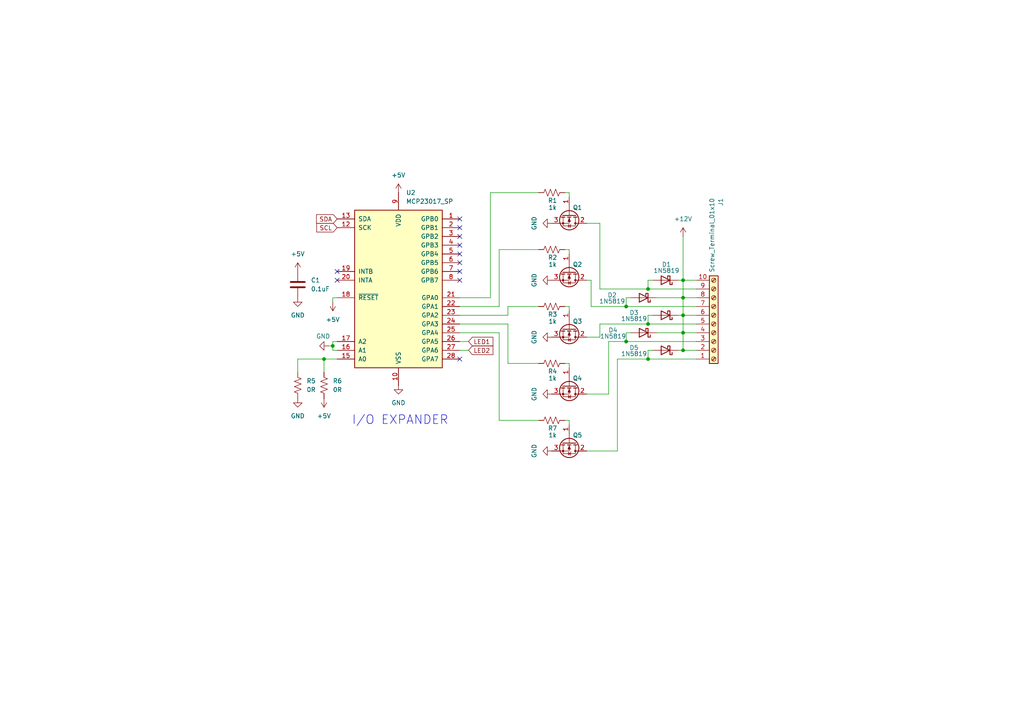
<source format=kicad_sch>
(kicad_sch (version 20231120) (generator "eeschema") (generator_version "8.0")
  (paper "A4")
  (lib_symbols
    (symbol "Connector:Screw_Terminal_01x10" (pin_names (offset 1.016) hide)
      (property "Reference" "J" (at 0 12.7 0))
      (property "Value" "Screw_Terminal_01x10" (at 0 -15.24 0))
      (symbol "Screw_Terminal_01x10_1_1"
        (rectangle (start -1.27 11.43) (end 1.27 -13.97) (stroke (width 0.254)) (fill (type background)))
        (circle (center 0 -12.7) (radius 0.635) (stroke (width 0.1524)))
        (circle (center 0 -10.16) (radius 0.635) (stroke (width 0.1524)))
        (circle (center 0 -7.62) (radius 0.635) (stroke (width 0.1524)))
        (circle (center 0 -5.08) (radius 0.635) (stroke (width 0.1524)))
        (circle (center 0 -2.54) (radius 0.635) (stroke (width 0.1524)))
        (polyline (pts (xy -0.5334 -12.3698) (xy 0.3302 -13.208)) (stroke (width 0.1524)))
        (polyline (pts (xy -0.5334 -9.8298) (xy 0.3302 -10.668)) (stroke (width 0.1524)))
        (polyline (pts (xy -0.5334 -7.2898) (xy 0.3302 -8.128)) (stroke (width 0.1524)))
        (polyline (pts (xy -0.5334 -4.7498) (xy 0.3302 -5.588)) (stroke (width 0.1524)))
        (polyline (pts (xy -0.5334 -2.2098) (xy 0.3302 -3.048)) (stroke (width 0.1524)))
        (polyline (pts (xy -0.5334 0.3302) (xy 0.3302 -0.508)) (stroke (width 0.1524)))
        (polyline (pts (xy -0.5334 2.8702) (xy 0.3302 2.032)) (stroke (width 0.1524)))
        (polyline (pts (xy -0.5334 5.4102) (xy 0.3302 4.572)) (stroke (width 0.1524)))
        (polyline (pts (xy -0.5334 7.9502) (xy 0.3302 7.112)) (stroke (width 0.1524)))
        (polyline (pts (xy -0.5334 10.4902) (xy 0.3302 9.652)) (stroke (width 0.1524)))
        (polyline (pts (xy -0.3556 -12.192) (xy 0.508 -13.0302)) (stroke (width 0.1524)))
        (polyline (pts (xy -0.3556 -9.652) (xy 0.508 -10.4902)) (stroke (width 0.1524)))
        (polyline (pts (xy -0.3556 -7.112) (xy 0.508 -7.9502)) (stroke (width 0.1524)))
        (polyline (pts (xy -0.3556 -4.572) (xy 0.508 -5.4102)) (stroke (width 0.1524)))
        (polyline (pts (xy -0.3556 -2.032) (xy 0.508 -2.8702)) (stroke (width 0.1524)))
        (polyline (pts (xy -0.3556 0.508) (xy 0.508 -0.3302)) (stroke (width 0.1524)))
        (polyline (pts (xy -0.3556 3.048) (xy 0.508 2.2098)) (stroke (width 0.1524)))
        (polyline (pts (xy -0.3556 5.588) (xy 0.508 4.7498)) (stroke (width 0.1524)))
        (polyline (pts (xy -0.3556 8.128) (xy 0.508 7.2898)) (stroke (width 0.1524)))
        (polyline (pts (xy -0.3556 10.668) (xy 0.508 9.8298)) (stroke (width 0.1524)))
        (circle (center 0 0) (radius 0.635) (stroke (width 0.1524)))
        (circle (center 0 2.54) (radius 0.635) (stroke (width 0.1524)))
        (circle (center 0 5.08) (radius 0.635) (stroke (width 0.1524)))
        (circle (center 0 7.62) (radius 0.635) (stroke (width 0.1524)))
        (circle (center 0 10.16) (radius 0.635) (stroke (width 0.1524)))
        (pin passive line (at -5.08 10.16 0) (length 3.81) (name "Pin_1") (number "1"))
        (pin passive line (at -5.08 -12.7 0) (length 3.81) (name "Pin_10") (number "10"))
        (pin passive line (at -5.08 7.62 0) (length 3.81) (name "Pin_2") (number "2"))
        (pin passive line (at -5.08 5.08 0) (length 3.81) (name "Pin_3") (number "3"))
        (pin passive line (at -5.08 2.54 0) (length 3.81) (name "Pin_4") (number "4"))
        (pin passive line (at -5.08 0 0) (length 3.81) (name "Pin_5") (number "5"))
        (pin passive line (at -5.08 -2.54 0) (length 3.81) (name "Pin_6") (number "6"))
        (pin passive line (at -5.08 -5.08 0) (length 3.81) (name "Pin_7") (number "7"))
        (pin passive line (at -5.08 -7.62 0) (length 3.81) (name "Pin_8") (number "8"))
        (pin passive line (at -5.08 -10.16 0) (length 3.81) (name "Pin_9") (number "9"))
      )
    )
    (symbol "Device:C" (pin_numbers hide) (pin_names (offset 0.254))
      (property "Reference" "C" (at 0.635 2.54 0))
      (property "Value" "C" (at 0.635 -2.54 0))
      (symbol "C_0_1"
        (polyline (pts (xy -2.032 -0.762) (xy 2.032 -0.762)) (stroke (width 0.508)))
        (polyline (pts (xy -2.032 0.762) (xy 2.032 0.762)) (stroke (width 0.508)))
      )
      (symbol "C_1_1"
        (pin passive line (at 0 3.81 270) (length 2.794) (name "~") (number "1"))
        (pin passive line (at 0 -3.81 90) (length 2.794) (name "~") (number "2"))
      )
    )
    (symbol "Device:Q_NMOS_GDS" (pin_names (offset 0) hide)
      (property "Reference" "Q" (at 5.08 1.27 0))
      (property "Value" "Q_NMOS_GDS" (at 5.08 -1.27 0))
      (symbol "Q_NMOS_GDS_0_1"
        (polyline (pts (xy 0.254 0) (xy -2.54 0)))
        (polyline (pts (xy 0.254 1.905) (xy 0.254 -1.905)) (stroke (width 0.254)))
        (polyline (pts (xy 0.762 -1.27) (xy 0.762 -2.286)) (stroke (width 0.254)))
        (polyline (pts (xy 0.762 0.508) (xy 0.762 -0.508)) (stroke (width 0.254)))
        (polyline (pts (xy 0.762 2.286) (xy 0.762 1.27)) (stroke (width 0.254)))
        (polyline (pts (xy 2.54 2.54) (xy 2.54 1.778)))
        (polyline (pts (xy 2.54 -2.54) (xy 2.54 0) (xy 0.762 0)))
        (polyline (pts (xy 0.762 -1.778) (xy 3.302 -1.778) (xy 3.302 1.778) (xy 0.762 1.778)))
        (polyline (pts (xy 1.016 0) (xy 2.032 0.381) (xy 2.032 -0.381) (xy 1.016 0)) (fill (type outline)))
        (polyline (pts (xy 2.794 0.508) (xy 2.921 0.381) (xy 3.683 0.381) (xy 3.81 0.254)))
        (polyline (pts (xy 3.302 0.381) (xy 2.921 -0.254) (xy 3.683 -0.254) (xy 3.302 0.381)))
        (circle (center 1.651 0) (radius 2.794) (stroke (width 0.254)))
        (circle (center 2.54 -1.778) (radius 0.254) (fill (type outline)))
        (circle (center 2.54 1.778) (radius 0.254) (fill (type outline)))
      )
      (symbol "Q_NMOS_GDS_1_1"
        (pin input line (at -5.08 0 0) (length 2.54) (name "G") (number "1"))
        (pin passive line (at 2.54 5.08 270) (length 2.54) (name "D") (number "2"))
        (pin passive line (at 2.54 -5.08 90) (length 2.54) (name "S") (number "3"))
      )
    )
    (symbol "Device:R_US" (pin_numbers hide) (pin_names (offset 0))
      (property "Reference" "R" (at 2.54 0 90))
      (property "Value" "R_US" (at -2.54 0 90))
      (symbol "R_US_0_1"
        (polyline (pts (xy 0 -2.286) (xy 0 -2.54)))
        (polyline (pts (xy 0 2.286) (xy 0 2.54)))
        (polyline (pts (xy 0 -0.762) (xy 1.016 -1.143) (xy 0 -1.524) (xy -1.016 -1.905) (xy 0 -2.286)))
        (polyline (pts (xy 0 0.762) (xy 1.016 0.381) (xy 0 0) (xy -1.016 -0.381) (xy 0 -0.762)))
        (polyline (pts (xy 0 2.286) (xy 1.016 1.905) (xy 0 1.524) (xy -1.016 1.143) (xy 0 0.762)))
      )
      (symbol "R_US_1_1"
        (pin passive line (at 0 3.81 270) (length 1.27) (name "~") (number "1"))
        (pin passive line (at 0 -3.81 90) (length 1.27) (name "~") (number "2"))
      )
    )
    (symbol "Diode:1N5819" (pin_numbers hide) (pin_names (offset 1.016) hide)
      (property "Reference" "D" (at 0 2.54 0))
      (property "Value" "1N5819" (at 0 -2.54 0))
      (symbol "1N5819_0_1"
        (polyline (pts (xy 1.27 0) (xy -1.27 0)))
        (polyline (pts (xy 1.27 1.27) (xy 1.27 -1.27) (xy -1.27 0) (xy 1.27 1.27)) (stroke (width 0.254)))
        (polyline (pts (xy -1.905 0.635) (xy -1.905 1.27) (xy -1.27 1.27) (xy -1.27 -1.27) (xy -0.635 -1.27) (xy -0.635 -0.635)) (stroke (width 0.254)))
      )
      (symbol "1N5819_1_1"
        (pin passive line (at -3.81 0 0) (length 2.54) (name "K") (number "1"))
        (pin passive line (at 3.81 0 180) (length 2.54) (name "A") (number "2"))
      )
    )
    (symbol "Interface_Expansion:MCP23017_SP" (pin_names (offset 1.016))
      (property "Reference" "U" (at -11.43 24.13 0))
      (property "Value" "MCP23017_SP" (at 0 0 0))
      (symbol "MCP23017_SP_0_1"
        (rectangle (start -12.7 22.86) (end 12.7 -22.86) (stroke (width 0.254)) (fill (type background)))
      )
      (symbol "MCP23017_SP_1_1"
        (pin bidirectional line (at 17.78 20.32 180) (length 5.08) (name "GPB0") (number "1"))
        (pin power_in line (at 0 -27.94 90) (length 5.08) (name "VSS") (number "10"))
        (pin no_connect line (at -12.7 15.24 0) (length 5.08) hide (name "NC") (number "11"))
        (pin input line (at -17.78 17.78 0) (length 5.08) (name "SCK") (number "12"))
        (pin bidirectional line (at -17.78 20.32 0) (length 5.08) (name "SDA") (number "13"))
        (pin no_connect line (at -12.7 12.7 0) (length 5.08) hide (name "NC") (number "14"))
        (pin input line (at -17.78 -20.32 0) (length 5.08) (name "A0") (number "15"))
        (pin input line (at -17.78 -17.78 0) (length 5.08) (name "A1") (number "16"))
        (pin input line (at -17.78 -15.24 0) (length 5.08) (name "A2") (number "17"))
        (pin input line (at -17.78 -2.54 0) (length 5.08) (name "~{RESET}") (number "18"))
        (pin tri_state line (at -17.78 5.08 0) (length 5.08) (name "INTB") (number "19"))
        (pin bidirectional line (at 17.78 17.78 180) (length 5.08) (name "GPB1") (number "2"))
        (pin tri_state line (at -17.78 2.54 0) (length 5.08) (name "INTA") (number "20"))
        (pin bidirectional line (at 17.78 -2.54 180) (length 5.08) (name "GPA0") (number "21"))
        (pin bidirectional line (at 17.78 -5.08 180) (length 5.08) (name "GPA1") (number "22"))
        (pin bidirectional line (at 17.78 -7.62 180) (length 5.08) (name "GPA2") (number "23"))
        (pin bidirectional line (at 17.78 -10.16 180) (length 5.08) (name "GPA3") (number "24"))
        (pin bidirectional line (at 17.78 -12.7 180) (length 5.08) (name "GPA4") (number "25"))
        (pin bidirectional line (at 17.78 -15.24 180) (length 5.08) (name "GPA5") (number "26"))
        (pin bidirectional line (at 17.78 -17.78 180) (length 5.08) (name "GPA6") (number "27"))
        (pin bidirectional line (at 17.78 -20.32 180) (length 5.08) (name "GPA7") (number "28"))
        (pin bidirectional line (at 17.78 15.24 180) (length 5.08) (name "GPB2") (number "3"))
        (pin bidirectional line (at 17.78 12.7 180) (length 5.08) (name "GPB3") (number "4"))
        (pin bidirectional line (at 17.78 10.16 180) (length 5.08) (name "GPB4") (number "5"))
        (pin bidirectional line (at 17.78 7.62 180) (length 5.08) (name "GPB5") (number "6"))
        (pin bidirectional line (at 17.78 5.08 180) (length 5.08) (name "GPB6") (number "7"))
        (pin bidirectional line (at 17.78 2.54 180) (length 5.08) (name "GPB7") (number "8"))
        (pin power_in line (at 0 27.94 270) (length 5.08) (name "VDD") (number "9"))
      )
    )
    (symbol "power:+12V" (power) (pin_numbers hide) (pin_names (offset 0) hide)
      (property "Value" "+12V" (at 0 3.556 0))
      (symbol "+12V_0_1"
        (polyline (pts (xy -0.762 1.27) (xy 0 2.54)))
        (polyline (pts (xy 0 0) (xy 0 2.54)))
        (polyline (pts (xy 0 2.54) (xy 0.762 1.27)))
      )
      (symbol "+12V_1_1"
        (pin power_in line (at 0 0 90) (length 0) (name "~") (number "1"))
      )
    )
    (symbol "power:+5V" (power) (pin_numbers hide) (pin_names (offset 0) hide)
      (property "Value" "+5V" (at 0 3.556 0))
      (symbol "+5V_0_1"
        (polyline (pts (xy -0.762 1.27) (xy 0 2.54)))
        (polyline (pts (xy 0 0) (xy 0 2.54)))
        (polyline (pts (xy 0 2.54) (xy 0.762 1.27)))
      )
      (symbol "+5V_1_1"
        (pin power_in line (at 0 0 90) (length 0) (name "~") (number "1"))
      )
    )
    (symbol "power:GND" (power) (pin_numbers hide) (pin_names (offset 0) hide)
      (property "Value" "GND" (at 0 -3.81 0))
      (symbol "GND_0_1"
        (polyline (pts (xy 0 0) (xy 0 -1.27) (xy 1.27 -1.27) (xy 0 -2.54) (xy -1.27 -1.27) (xy 0 -1.27)))
      )
      (symbol "GND_1_1"
        (pin power_in line (at 0 0 270) (length 0) (name "~") (number "1"))
      )
    )
  )
  (junction (at 181.61 88.9))
  (junction (at 93.98 104.14))
  (junction (at 96.52 100.33))
  (junction (at 187.96 93.98))
  (junction (at 187.96 83.82))
  (junction (at 198.12 81.28))
  (junction (at 198.12 101.6))
  (junction (at 198.12 91.44))
  (junction (at 187.96 104.14))
  (junction (at 181.61 99.06))
  (junction (at 198.12 86.36))
  (junction (at 198.12 96.52))
  (no_connect (at 97.79 78.74))
  (no_connect (at 133.35 66.04))
  (no_connect (at 133.35 76.2))
  (no_connect (at 133.35 81.28))
  (no_connect (at 133.35 71.12))
  (no_connect (at 133.35 78.74))
  (no_connect (at 133.35 104.14))
  (no_connect (at 133.35 73.66))
  (no_connect (at 133.35 68.58))
  (no_connect (at 97.79 81.28))
  (no_connect (at 133.35 63.5))
  (wire (pts (xy 165.1 88.9) (xy 165.1 90.17)))
  (wire (pts (xy 196.85 91.44) (xy 198.12 91.44)))
  (wire (pts (xy 198.12 81.28) (xy 198.12 86.36)))
  (wire (pts (xy 96.52 100.33) (xy 96.52 101.6)))
  (wire (pts (xy 187.96 81.28) (xy 187.96 83.82)))
  (wire (pts (xy 171.45 81.28) (xy 171.45 88.9)))
  (wire (pts (xy 95.25 100.33) (xy 96.52 100.33)))
  (wire (pts (xy 196.85 81.28) (xy 198.12 81.28)))
  (wire (pts (xy 187.96 104.14) (xy 201.93 104.14)))
  (wire (pts (xy 190.5 96.52) (xy 198.12 96.52)))
  (wire (pts (xy 133.35 96.52) (xy 144.78 96.52)))
  (wire (pts (xy 93.98 104.14) (xy 97.79 104.14)))
  (wire (pts (xy 163.83 55.88) (xy 165.1 55.88)))
  (wire (pts (xy 133.35 93.98) (xy 147.32 93.98)))
  (wire (pts (xy 190.5 86.36) (xy 198.12 86.36)))
  (wire (pts (xy 170.18 97.79) (xy 173.99 97.79)))
  (wire (pts (xy 163.83 121.92) (xy 165.1 121.92)))
  (wire (pts (xy 189.23 81.28) (xy 187.96 81.28)))
  (wire (pts (xy 198.12 81.28) (xy 201.93 81.28)))
  (wire (pts (xy 179.07 104.14) (xy 187.96 104.14)))
  (wire (pts (xy 163.83 72.39) (xy 165.1 72.39)))
  (wire (pts (xy 96.52 101.6) (xy 97.79 101.6)))
  (wire (pts (xy 142.24 86.36) (xy 133.35 86.36)))
  (wire (pts (xy 198.12 91.44) (xy 201.93 91.44)))
  (wire (pts (xy 198.12 101.6) (xy 201.93 101.6)))
  (wire (pts (xy 187.96 93.98) (xy 201.93 93.98)))
  (wire (pts (xy 170.18 81.28) (xy 171.45 81.28)))
  (wire (pts (xy 86.36 104.14) (xy 93.98 104.14)))
  (wire (pts (xy 173.99 97.79) (xy 173.99 93.98)))
  (wire (pts (xy 176.53 114.3) (xy 176.53 99.06)))
  (wire (pts (xy 176.53 99.06) (xy 181.61 99.06)))
  (wire (pts (xy 163.83 105.41) (xy 165.1 105.41)))
  (wire (pts (xy 181.61 86.36) (xy 182.88 86.36)))
  (wire (pts (xy 189.23 91.44) (xy 187.96 91.44)))
  (wire (pts (xy 181.61 88.9) (xy 181.61 86.36)))
  (wire (pts (xy 142.24 55.88) (xy 142.24 86.36)))
  (wire (pts (xy 144.78 72.39) (xy 156.21 72.39)))
  (wire (pts (xy 156.21 105.41) (xy 147.32 105.41)))
  (wire (pts (xy 170.18 114.3) (xy 176.53 114.3)))
  (wire (pts (xy 96.52 99.06) (xy 96.52 100.33)))
  (wire (pts (xy 198.12 86.36) (xy 198.12 91.44)))
  (wire (pts (xy 147.32 105.41) (xy 147.32 93.98)))
  (wire (pts (xy 156.21 88.9) (xy 147.32 88.9)))
  (wire (pts (xy 133.35 88.9) (xy 144.78 88.9)))
  (wire (pts (xy 144.78 121.92) (xy 156.21 121.92)))
  (wire (pts (xy 147.32 88.9) (xy 147.32 91.44)))
  (wire (pts (xy 86.36 107.95) (xy 86.36 104.14)))
  (wire (pts (xy 187.96 83.82) (xy 201.93 83.82)))
  (wire (pts (xy 93.98 107.95) (xy 93.98 104.14)))
  (wire (pts (xy 144.78 96.52) (xy 144.78 121.92)))
  (wire (pts (xy 179.07 130.81) (xy 170.18 130.81)))
  (wire (pts (xy 165.1 72.39) (xy 165.1 73.66)))
  (wire (pts (xy 187.96 101.6) (xy 187.96 104.14)))
  (wire (pts (xy 181.61 99.06) (xy 201.93 99.06)))
  (wire (pts (xy 133.35 99.06) (xy 135.89 99.06)))
  (wire (pts (xy 198.12 96.52) (xy 201.93 96.52)))
  (wire (pts (xy 96.52 86.36) (xy 97.79 86.36)))
  (wire (pts (xy 198.12 101.6) (xy 198.12 96.52)))
  (wire (pts (xy 181.61 88.9) (xy 201.93 88.9)))
  (wire (pts (xy 170.18 64.77) (xy 173.99 64.77)))
  (wire (pts (xy 173.99 93.98) (xy 187.96 93.98)))
  (wire (pts (xy 198.12 86.36) (xy 201.93 86.36)))
  (wire (pts (xy 198.12 96.52) (xy 198.12 91.44)))
  (wire (pts (xy 165.1 105.41) (xy 165.1 106.68)))
  (wire (pts (xy 163.83 88.9) (xy 165.1 88.9)))
  (wire (pts (xy 198.12 68.58) (xy 198.12 81.28)))
  (wire (pts (xy 179.07 104.14) (xy 179.07 130.81)))
  (wire (pts (xy 147.32 91.44) (xy 133.35 91.44)))
  (wire (pts (xy 182.88 96.52) (xy 181.61 96.52)))
  (wire (pts (xy 173.99 64.77) (xy 173.99 83.82)))
  (wire (pts (xy 133.35 101.6) (xy 135.89 101.6)))
  (wire (pts (xy 181.61 96.52) (xy 181.61 99.06)))
  (wire (pts (xy 173.99 83.82) (xy 187.96 83.82)))
  (wire (pts (xy 171.45 88.9) (xy 181.61 88.9)))
  (wire (pts (xy 189.23 101.6) (xy 187.96 101.6)))
  (wire (pts (xy 196.85 101.6) (xy 198.12 101.6)))
  (wire (pts (xy 165.1 55.88) (xy 165.1 57.15)))
  (wire (pts (xy 165.1 121.92) (xy 165.1 123.19)))
  (wire (pts (xy 187.96 91.44) (xy 187.96 93.98)))
  (wire (pts (xy 144.78 88.9) (xy 144.78 72.39)))
  (wire (pts (xy 97.79 99.06) (xy 96.52 99.06)))
  (wire (pts (xy 156.21 55.88) (xy 142.24 55.88)))
  (wire (pts (xy 96.52 87.63) (xy 96.52 86.36)))
  (text "I/O EXPANDER" (at 116.078 121.92 0) (effects (font (size 2.54 2.54))))
  (global_label "LED2" (shape input) (at 135.89 101.6 0) (property "Intersheetrefs" "${INTERSHEET_REFS}" (effects (hide yes))))
  (global_label "SCL" (shape input) (at 97.79 66.04 180) (property "Intersheetrefs" "${INTERSHEET_REFS}" (effects (hide yes))))
  (global_label "SDA" (shape input) (at 97.79 63.5 180) (property "Intersheetrefs" "${INTERSHEET_REFS}" (effects (hide yes))))
  (global_label "LED1" (shape input) (at 135.89 99.06 0) (property "Intersheetrefs" "${INTERSHEET_REFS}" (effects (hide yes))))
  (symbol (lib_id "Device:R_US") (at 160.02 105.41 90) (unit 1)
    (property "Reference" "R4" (at 160.274 107.696 90))
    (property "Value" "1k" (at 160.274 109.728 90))
    (property "Footprint" "Resistor_THT:R_Axial_DIN0207_L6.3mm_D2.5mm_P10.16mm_Horizontal" (effects (hide yes)))
    (property "Description" "Resistor, US symbol" (effects (hide yes)))
  )
  (symbol (lib_id "power:+5V") (at 86.36 78.74 0) (unit 1)
    (property "Reference" "#PWR04" (effects (hide yes)))
    (property "Value" "+5V" (at 86.36 73.66 0))
    (property "Description" "Power symbol creates a global label with name \"+5V\"" (effects (hide yes)))
  )
  (symbol (lib_id "Device:Q_NMOS_GDS") (at 165.1 128.27 270) (unit 1)
    (property "Reference" "Q5" (at 166.116 126.238 90) (effects (justify left)))
    (property "Value" "Q_NMOS_GDS" (effects (hide yes)))
    (property "Footprint" "Package_TO_SOT_THT:TO-220-3_Vertical" (effects (hide yes)))
    (property "Description" "N-MOSFET transistor, gate/drain/source" (effects (hide yes)))
    (property "Digikey" "https://www.digikey.ca/en/products/detail/infineon-technologies/IRF530NPBF/811762" (effects (hide yes)))
  )
  (symbol (lib_id "Interface_Expansion:MCP23017_SP") (at 115.57 83.82 0) (unit 1)
    (property "Reference" "U2" (at 117.7641 55.88 0) (effects (justify left)))
    (property "Value" "MCP23017_SP" (at 117.7641 58.42 0) (effects (justify left)))
    (property "Footprint" "Package_DIP:DIP-28_W7.62mm" (effects (hide yes)))
    (property "Datasheet" "http://ww1.microchip.com/downloads/en/DeviceDoc/20001952C.pdf" (effects (hide yes)))
    (property "Description" "16-bit I/O expander, I2C, interrupts, w pull-ups, SPDIP-28" (effects (hide yes)))
    (property "Digikey" "https://www.digikey.ca/en/products/detail/microchip-technology/MCP23017-E-SP/894272" (effects (hide yes)))
  )
  (symbol (lib_id "Diode:1N5819") (at 193.04 101.6 180) (unit 1)
    (property "Reference" "D5" (at 183.896 100.838 0))
    (property "Value" "1N5819" (at 183.896 102.616 0))
    (property "Footprint" "Diode_THT:D_DO-41_SOD81_P10.16mm_Horizontal" (effects (hide yes)))
    (property "Datasheet" "http://www.vishay.com/docs/88525/1n5817.pdf" (effects (hide yes)))
    (property "Description" "40V 1A Schottky Barrier Rectifier Diode, DO-41" (effects (hide yes)))
  )
  (symbol (lib_id "Device:Q_NMOS_GDS") (at 165.1 62.23 270) (unit 1)
    (property "Reference" "Q1" (at 166.116 60.198 90) (effects (justify left)))
    (property "Value" "Q_NMOS_GDS" (effects (hide yes)))
    (property "Footprint" "Package_TO_SOT_THT:TO-220-3_Vertical" (effects (hide yes)))
    (property "Description" "N-MOSFET transistor, gate/drain/source" (effects (hide yes)))
    (property "Digikey" "https://www.digikey.ca/en/products/detail/infineon-technologies/IRF530NPBF/811762" (effects (hide yes)))
  )
  (symbol (lib_id "Diode:1N5819") (at 186.69 96.52 180) (unit 1)
    (property "Reference" "D4" (at 177.8 95.758 0))
    (property "Value" "1N5819" (at 177.8 97.536 0))
    (property "Footprint" "Diode_THT:D_DO-41_SOD81_P10.16mm_Horizontal" (effects (hide yes)))
    (property "Datasheet" "http://www.vishay.com/docs/88525/1n5817.pdf" (effects (hide yes)))
    (property "Description" "40V 1A Schottky Barrier Rectifier Diode, DO-41" (effects (hide yes)))
  )
  (symbol (lib_id "Device:R_US") (at 160.02 72.39 90) (unit 1)
    (property "Reference" "R2" (at 160.274 74.676 90))
    (property "Value" "1k" (at 160.274 76.708 90))
    (property "Footprint" "Resistor_THT:R_Axial_DIN0207_L6.3mm_D2.5mm_P10.16mm_Horizontal" (effects (hide yes)))
    (property "Description" "Resistor, US symbol" (effects (hide yes)))
  )
  (symbol (lib_id "power:+12V") (at 198.12 68.58 0) (unit 1)
    (property "Reference" "#PWR03" (effects (hide yes)))
    (property "Value" "+12V" (at 198.12 63.5 0))
    (property "Description" "Power symbol creates a global label with name \"+12V\"" (effects (hide yes)))
  )
  (symbol (lib_id "Device:Q_NMOS_GDS") (at 165.1 95.25 270) (unit 1)
    (property "Reference" "Q3" (at 166.116 93.218 90) (effects (justify left)))
    (property "Value" "Q_NMOS_GDS" (effects (hide yes)))
    (property "Footprint" "Package_TO_SOT_THT:TO-220-3_Vertical" (effects (hide yes)))
    (property "Description" "N-MOSFET transistor, gate/drain/source" (effects (hide yes)))
    (property "Digikey" "https://www.digikey.ca/en/products/detail/infineon-technologies/IRF530NPBF/811762" (effects (hide yes)))
  )
  (symbol (lib_id "Device:R_US") (at 160.02 55.88 90) (unit 1)
    (property "Reference" "R1" (at 160.274 58.166 90))
    (property "Value" "1k" (at 160.274 60.198 90))
    (property "Footprint" "Resistor_THT:R_Axial_DIN0207_L6.3mm_D2.5mm_P10.16mm_Horizontal" (effects (hide yes)))
    (property "Description" "Resistor, US symbol" (effects (hide yes)))
  )
  (symbol (lib_id "power:+5V") (at 93.98 115.57 180) (unit 1)
    (property "Reference" "#PWR013" (effects (hide yes)))
    (property "Value" "+5V" (at 93.98 120.65 0))
    (property "Description" "Power symbol creates a global label with name \"+5V\"" (effects (hide yes)))
  )
  (symbol (lib_id "Device:C") (at 86.36 82.55 0) (unit 1)
    (property "Reference" "C1" (at 90.17 81.2799 0) (effects (justify left)))
    (property "Value" "0.1uF" (at 90.17 83.8199 0) (effects (justify left)))
    (property "Footprint" "Capacitor_THT:C_Disc_D3.4mm_W2.1mm_P2.50mm" (effects (hide yes)))
    (property "Description" "Unpolarized capacitor" (effects (hide yes)))
    (property "Digikey" "https://www.digikey.ca/en/products/detail/vishay-beyschlag-draloric-bc-components/K104K10X7RF5UH5/2356754" (effects (hide yes)))
  )
  (symbol (lib_id "power:GND") (at 160.02 130.81 270) (unit 1)
    (property "Reference" "#PWR014" (effects (hide yes)))
    (property "Value" "GND" (at 154.94 130.81 0))
    (property "Description" "Power symbol creates a global label with name \"GND\" , ground" (effects (hide yes)))
  )
  (symbol (lib_id "power:GND") (at 160.02 64.77 270) (unit 1)
    (property "Reference" "#PWR02" (effects (hide yes)))
    (property "Value" "GND" (at 154.94 64.77 0))
    (property "Description" "Power symbol creates a global label with name \"GND\" , ground" (effects (hide yes)))
  )
  (symbol (lib_id "power:+5V") (at 96.52 87.63 180) (unit 1)
    (property "Reference" "#PWR07" (effects (hide yes)))
    (property "Value" "+5V" (at 96.52 92.71 0))
    (property "Description" "Power symbol creates a global label with name \"+5V\"" (effects (hide yes)))
  )
  (symbol (lib_id "Device:R_US") (at 86.36 111.76 0) (unit 1)
    (property "Reference" "R5" (at 88.9 110.4899 0) (effects (justify left)))
    (property "Value" "0R" (at 88.9 113.0299 0) (effects (justify left)))
    (property "Footprint" "Resistor_THT:R_Axial_DIN0207_L6.3mm_D2.5mm_P10.16mm_Horizontal" (effects (hide yes)))
    (property "Description" "Resistor, US symbol" (effects (hide yes)))
  )
  (symbol (lib_id "Device:R_US") (at 160.02 121.92 90) (unit 1)
    (property "Reference" "R7" (at 160.274 124.206 90))
    (property "Value" "1k" (at 160.274 126.238 90))
    (property "Footprint" "Resistor_THT:R_Axial_DIN0207_L6.3mm_D2.5mm_P10.16mm_Horizontal" (effects (hide yes)))
    (property "Description" "Resistor, US symbol" (effects (hide yes)))
  )
  (symbol (lib_id "Device:Q_NMOS_GDS") (at 165.1 111.76 270) (unit 1)
    (property "Reference" "Q4" (at 166.116 109.728 90) (effects (justify left)))
    (property "Value" "Q_NMOS_GDS" (effects (hide yes)))
    (property "Footprint" "Package_TO_SOT_THT:TO-220-3_Vertical" (effects (hide yes)))
    (property "Description" "N-MOSFET transistor, gate/drain/source" (effects (hide yes)))
    (property "Digikey" "https://www.digikey.ca/en/products/detail/infineon-technologies/IRF530NPBF/811762" (effects (hide yes)))
  )
  (symbol (lib_id "Connector:Screw_Terminal_01x10") (at 207.01 93.98 0) (mirror x) (unit 1)
    (property "Reference" "J1" (at 209.042 57.404 90) (effects (justify left)))
    (property "Value" "Screw_Terminal_01x10" (at 206.502 57.404 90) (effects (justify left)))
    (property "Footprint" "TerminalBlock_Phoenix:TerminalBlock_Phoenix_PT-1,5-10-5.0-H_1x10_P5.00mm_Horizontal" (effects (hide yes)))
    (property "Description" "Generic screw terminal, single row, 01x10, script generated (kicad-library-utils/schlib/autogen/connector/)" (effects (hide yes)))
  )
  (symbol (lib_id "Diode:1N5819") (at 186.69 86.36 180) (unit 1)
    (property "Reference" "D2" (at 177.546 85.598 0))
    (property "Value" "1N5819" (at 177.546 87.376 0))
    (property "Footprint" "Diode_THT:D_DO-41_SOD81_P10.16mm_Horizontal" (effects (hide yes)))
    (property "Datasheet" "http://www.vishay.com/docs/88525/1n5817.pdf" (effects (hide yes)))
    (property "Description" "40V 1A Schottky Barrier Rectifier Diode, DO-41" (effects (hide yes)))
  )
  (symbol (lib_id "power:GND") (at 160.02 81.28 270) (unit 1)
    (property "Reference" "#PWR05" (effects (hide yes)))
    (property "Value" "GND" (at 154.94 81.28 0))
    (property "Description" "Power symbol creates a global label with name \"GND\" , ground" (effects (hide yes)))
  )
  (symbol (lib_id "power:GND") (at 115.57 111.76 0) (unit 1)
    (property "Reference" "#PWR010" (effects (hide yes)))
    (property "Value" "GND" (at 115.57 116.84 0))
    (property "Description" "Power symbol creates a global label with name \"GND\" , ground" (effects (hide yes)))
  )
  (symbol (lib_id "Device:R_US") (at 93.98 111.76 0) (unit 1)
    (property "Reference" "R6" (at 96.52 110.4899 0) (effects (justify left)))
    (property "Value" "0R" (at 96.52 113.0299 0) (effects (justify left)))
    (property "Footprint" "Resistor_THT:R_Axial_DIN0207_L6.3mm_D2.5mm_P10.16mm_Horizontal" (effects (hide yes)))
    (property "Description" "Resistor, US symbol" (effects (hide yes)))
  )
  (symbol (lib_id "power:GND") (at 95.25 100.33 270) (unit 1)
    (property "Reference" "#PWR09" (effects (hide yes)))
    (property "Value" "GND" (at 93.726 97.536 90))
    (property "Description" "Power symbol creates a global label with name \"GND\" , ground" (effects (hide yes)))
  )
  (symbol (lib_id "power:GND") (at 86.36 86.36 0) (unit 1)
    (property "Reference" "#PWR06" (effects (hide yes)))
    (property "Value" "GND" (at 86.36 91.44 0))
    (property "Description" "Power symbol creates a global label with name \"GND\" , ground" (effects (hide yes)))
  )
  (symbol (lib_id "power:GND") (at 160.02 114.3 270) (unit 1)
    (property "Reference" "#PWR011" (effects (hide yes)))
    (property "Value" "GND" (at 154.94 114.3 0))
    (property "Description" "Power symbol creates a global label with name \"GND\" , ground" (effects (hide yes)))
  )
  (symbol (lib_id "power:+5V") (at 115.57 55.88 0) (unit 1)
    (property "Reference" "#PWR01" (effects (hide yes)))
    (property "Value" "+5V" (at 115.57 50.8 0))
    (property "Description" "Power symbol creates a global label with name \"+5V\"" (effects (hide yes)))
  )
  (symbol (lib_id "Device:Q_NMOS_GDS") (at 165.1 78.74 270) (unit 1)
    (property "Reference" "Q2" (at 166.116 76.708 90) (effects (justify left)))
    (property "Value" "Q_NMOS_GDS" (effects (hide yes)))
    (property "Footprint" "Package_TO_SOT_THT:TO-220-3_Vertical" (effects (hide yes)))
    (property "Description" "N-MOSFET transistor, gate/drain/source" (effects (hide yes)))
    (property "Digikey" "https://www.digikey.ca/en/products/detail/infineon-technologies/IRF530NPBF/811762" (effects (hide yes)))
  )
  (symbol (lib_id "Diode:1N5819") (at 193.04 91.44 180) (unit 1)
    (property "Reference" "D3" (at 183.896 90.678 0))
    (property "Value" "1N5819" (at 183.896 92.456 0))
    (property "Footprint" "Diode_THT:D_DO-41_SOD81_P10.16mm_Horizontal" (effects (hide yes)))
    (property "Datasheet" "http://www.vishay.com/docs/88525/1n5817.pdf" (effects (hide yes)))
    (property "Description" "40V 1A Schottky Barrier Rectifier Diode, DO-41" (effects (hide yes)))
  )
  (symbol (lib_id "power:GND") (at 86.36 115.57 0) (unit 1)
    (property "Reference" "#PWR012" (effects (hide yes)))
    (property "Value" "GND" (at 86.36 120.65 0))
    (property "Description" "Power symbol creates a global label with name \"GND\" , ground" (effects (hide yes)))
  )
  (symbol (lib_id "Device:R_US") (at 160.02 88.9 90) (unit 1)
    (property "Reference" "R3" (at 160.274 91.186 90))
    (property "Value" "1k" (at 160.274 93.218 90))
    (property "Footprint" "Resistor_THT:R_Axial_DIN0207_L6.3mm_D2.5mm_P10.16mm_Horizontal" (effects (hide yes)))
    (property "Description" "Resistor, US symbol" (effects (hide yes)))
  )
  (symbol (lib_id "power:GND") (at 160.02 97.79 270) (unit 1)
    (property "Reference" "#PWR08" (effects (hide yes)))
    (property "Value" "GND" (at 154.94 97.79 0))
    (property "Description" "Power symbol creates a global label with name \"GND\" , ground" (effects (hide yes)))
  )
  (symbol (lib_id "Diode:1N5819") (at 193.04 81.28 180) (unit 1)
    (property "Reference" "D1" (at 193.294 76.708 0))
    (property "Value" "1N5819" (at 193.294 78.486 0))
    (property "Footprint" "Diode_THT:D_DO-41_SOD81_P10.16mm_Horizontal" (effects (hide yes)))
    (property "Datasheet" "http://www.vishay.com/docs/88525/1n5817.pdf" (effects (hide yes)))
    (property "Description" "40V 1A Schottky Barrier Rectifier Diode, DO-41" (effects (hide yes)))
  )
)
</source>
